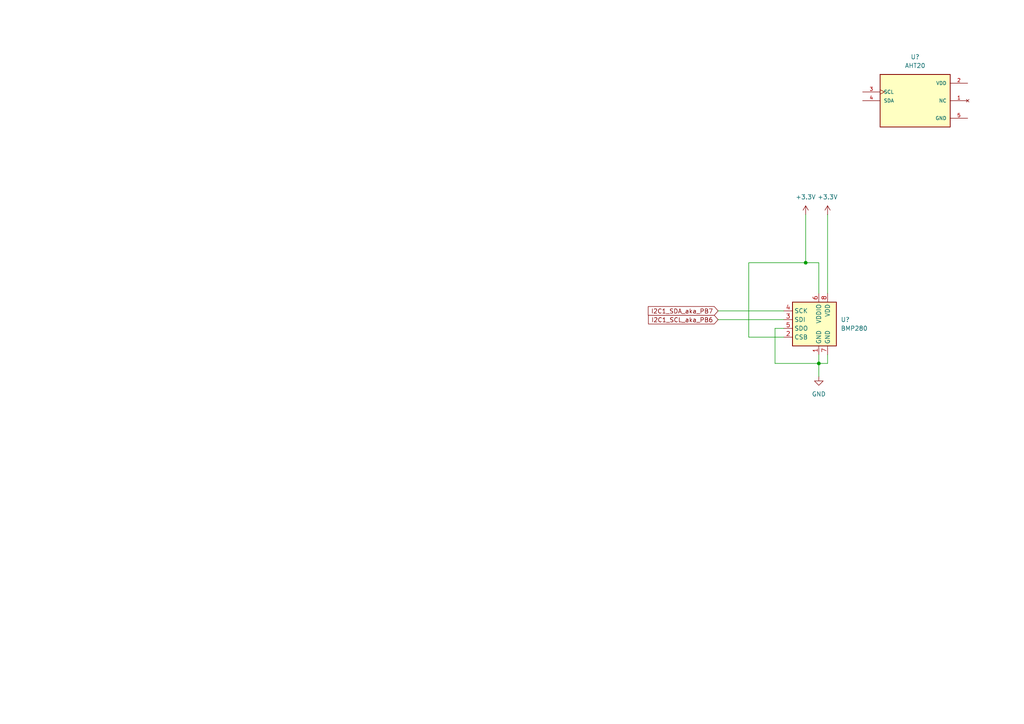
<source format=kicad_sch>
(kicad_sch (version 20250114) (generator "eeschema") (generator_version "9.0")
  (paper "A4")
  (title_block (title "Sensors and Bluetooth") (date "2026-01-28"))
  (lib_symbols
    (symbol "AHT20:AHT20" (pin_names (offset 1.016))
      (property "Reference" "U" (at -10.16 8.509 0))
      (property "Value" "AHT20" (at -10.16 -10.16 0))
      (symbol "AHT20_0_0"
        (rectangle (start -10.16 -7.62) (end 10.16 7.62) (stroke (width 0.254)) (fill (type background)))
        (pin input clock (at -15.24 2.54 0) (length 5.08) (name "SCL") (number "3"))
        (pin bidirectional line (at -15.24 0 0) (length 5.08) (name "SDA") (number "4"))
        (pin power_in line (at 15.24 5.08 180) (length 5.08) (name "VDD") (number "2"))
        (pin no_connect line (at 15.24 0 180) (length 5.08) (name "NC") (number "1"))
        (pin no_connect line (at 15.24 0 180) (length 5.08) (hide yes) (name "NC") (number "6"))
        (pin power_in line (at 15.24 -5.08 180) (length 5.08) (name "GND") (number "5"))
      )
    )
    (symbol "Sensor_Pressure:BMP280"
      (property "Reference" "U" (at -7.62 10.16 0))
      (property "Value" "BMP280" (at 5.08 10.16 0))
      (symbol "BMP280_0_1"
        (rectangle (start -7.62 -5.08) (end 5.08 7.62) (stroke (width 0.254)) (fill (type background)))
      )
      (symbol "BMP280_1_1"
        (pin input line (at -10.16 5.08 0) (length 2.54) (name "SCK") (number "4"))
        (pin bidirectional line (at -10.16 2.54 0) (length 2.54) (name "SDI") (number "3"))
        (pin bidirectional line (at -10.16 0 0) (length 2.54) (name "SDO") (number "5"))
        (pin input line (at -10.16 -2.54 0) (length 2.54) (name "CSB") (number "2"))
        (pin power_in line (at 0 10.16 270) (length 2.54) (name "VDDIO") (number "6"))
        (pin power_in line (at 0 -7.62 90) (length 2.54) (name "GND") (number "1"))
        (pin power_in line (at 2.54 10.16 270) (length 2.54) (name "VDD") (number "8"))
        (pin power_in line (at 2.54 -7.62 90) (length 2.54) (name "GND") (number "7"))
      )
    )
    (symbol "power:+3.3V" (power) (pin_numbers (hide yes)) (pin_names (offset 0) (hide yes))
      (property "Value" "+3.3V" (at 0 3.556 0))
      (symbol "+3.3V_0_1"
        (polyline (pts (xy -0.762 1.27) (xy 0 2.54)))
        (polyline (pts (xy 0 2.54) (xy 0.762 1.27)))
        (polyline (pts (xy 0 0) (xy 0 2.54)))
      )
      (symbol "+3.3V_1_1"
        (pin power_in line (at 0 0 90) (length 0) (name "~") (number "1"))
      )
    )
    (symbol "power:GND" (power) (pin_numbers (hide yes)) (pin_names (offset 0) (hide yes))
      (property "Value" "GND" (at 0 -3.81 0))
      (symbol "GND_0_1"
        (polyline (pts (xy 0 0) (xy 0 -1.27) (xy 1.27 -1.27) (xy 0 -2.54) (xy -1.27 -1.27) (xy 0 -1.27)))
      )
      (symbol "GND_1_1"
        (pin power_in line (at 0 0 270) (length 0) (name "~") (number "1"))
      )
    )
  )
  (junction (at 233.68 76.2))
  (junction (at 237.49 105.41))
  (wire (pts (xy 217.17 76.2) (xy 217.17 97.79)))
  (wire (pts (xy 237.49 85.09) (xy 237.49 76.2)))
  (wire (pts (xy 217.17 97.79) (xy 227.33 97.79)))
  (wire (pts (xy 224.79 105.41) (xy 237.49 105.41)))
  (wire (pts (xy 237.49 105.41) (xy 237.49 109.22)))
  (wire (pts (xy 208.28 90.17) (xy 227.33 90.17)))
  (wire (pts (xy 237.49 105.41) (xy 240.03 105.41)))
  (wire (pts (xy 227.33 95.25) (xy 224.79 95.25)))
  (wire (pts (xy 224.79 95.25) (xy 224.79 105.41)))
  (wire (pts (xy 233.68 62.23) (xy 233.68 76.2)))
  (wire (pts (xy 237.49 102.87) (xy 237.49 105.41)))
  (wire (pts (xy 240.03 102.87) (xy 240.03 105.41)))
  (wire (pts (xy 237.49 76.2) (xy 233.68 76.2)))
  (wire (pts (xy 233.68 76.2) (xy 217.17 76.2)))
  (wire (pts (xy 240.03 62.23) (xy 240.03 85.09)))
  (wire (pts (xy 208.28 92.71) (xy 227.33 92.71)))
  (global_label "I2C1_SDA_aka_PB7" (shape input) (at 208.28 90.17 180) (property "Intersheetrefs" "${INTERSHEET_REFS}" (effects (hide yes))))
  (global_label "I2C1_SCL_aka_PB6" (shape input) (at 208.28 92.71 180) (property "Intersheetrefs" "${INTERSHEET_REFS}" (effects (hide yes))))
  (symbol (lib_id "power:+3.3V") (at 233.68 62.23 0) (unit 1)
    (property "Reference" "#PWR03" (effects (hide yes)))
    (property "Value" "+3.3V" (at 233.68 57.15 0))
    (property "Description" "Power symbol creates a global label with name \"+3.3V\"" (effects (hide yes)))
  )
  (symbol (lib_id "AHT20:AHT20") (at 265.43 29.21 0) (unit 1)
    (property "Reference" "U?" (at 265.43 16.51 0))
    (property "Value" "AHT20" (at 265.43 19.05 0))
    (property "Footprint" "AHT20:PSON100P300X300X110-6N" (effects (hide yes)))
    (property "MF" "Asair" (effects (hide yes)))
    (property "MAXIMUM_PACKAGE_HEIGHT" "1.1mm" (effects (hide yes)))
    (property "Package" "Package" (effects (hide yes)))
    (property "Price" "None" (effects (hide yes)))
    (property "Check_prices" "https://www.snapeda.com/parts/AHT20/Asair/view-part/?ref=eda" (effects (hide yes)))
    (property "STANDARD" "IPC 7351B" (effects (hide yes)))
    (property "PARTREV" "V1.0" (effects (hide yes)))
    (property "SnapEDA_Link" "https://www.snapeda.com/parts/AHT20/Asair/view-part/?ref=snap" (effects (hide yes)))
    (property "MP" "AHT20" (effects (hide yes)))
    (property "Description_1" "Temperature and Humidity sensor" (effects (hide yes)))
    (property "Availability" "Not in stock" (effects (hide yes)))
    (property "MANUFACTURER" "Asair" (effects (hide yes)))
  )
  (symbol (lib_id "power:GND") (at 237.49 109.22 0) (unit 1)
    (property "Reference" "#PWR01" (effects (hide yes)))
    (property "Value" "GND" (at 237.49 114.3 0))
    (property "Description" "Power symbol creates a global label with name \"GND\" , ground" (effects (hide yes)))
  )
  (symbol (lib_id "power:+3.3V") (at 240.03 62.23 0) (unit 1)
    (property "Reference" "#PWR02" (effects (hide yes)))
    (property "Value" "+3.3V" (at 240.03 57.15 0))
    (property "Description" "Power symbol creates a global label with name \"+3.3V\"" (effects (hide yes)))
  )
  (symbol (lib_id "Sensor_Pressure:BMP280") (at 237.49 95.25 0) (unit 1)
    (property "Reference" "U?" (at 243.84 92.7099 0) (effects (justify left)))
    (property "Value" "BMP280" (at 243.84 95.2499 0) (effects (justify left)))
    (property "Footprint" "Package_LGA:Bosch_LGA-8_2x2.5mm_P0.65mm_ClockwisePinNumbering" (effects (hide yes)))
    (property "Datasheet" "https://ae-bst.resource.bosch.com/media/_tech/media/datasheets/BST-BMP280-DS001.pdf" (effects (hide yes)))
    (property "Description" "Absolute Barometric Pressure Sensor, LGA-8" (effects (hide yes)))
  )
)
</source>
